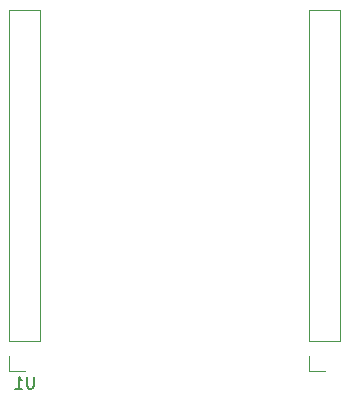
<source format=gbr>
%TF.GenerationSoftware,KiCad,Pcbnew,5.0.2-bee76a0~70~ubuntu18.04.1*%
%TF.CreationDate,2019-03-20T00:35:03+07:00*%
%TF.ProjectId,Display,44697370-6c61-4792-9e6b-696361645f70,rev?*%
%TF.SameCoordinates,PX1036640PY112a880*%
%TF.FileFunction,Legend,Bot*%
%TF.FilePolarity,Positive*%
%FSLAX46Y46*%
G04 Gerber Fmt 4.6, Leading zero omitted, Abs format (unit mm)*
G04 Created by KiCad (PCBNEW 5.0.2-bee76a0~70~ubuntu18.04.1) date Wed 20 Mar 2019 12:35:03 AM +07*
%MOMM*%
%LPD*%
G01*
G04 APERTURE LIST*
%ADD10C,0.120000*%
%ADD11C,0.150000*%
G04 APERTURE END LIST*
D10*
X22757000Y-20447000D02*
X25417000Y-20447000D01*
X22757000Y-48447000D02*
X22757000Y-20447000D01*
X25417000Y-48447000D02*
X25417000Y-20447000D01*
X22757000Y-48447000D02*
X25417000Y-48447000D01*
X22757000Y-49717000D02*
X22757000Y-51047000D01*
X22757000Y-51047000D02*
X24087000Y-51047000D01*
X48157000Y-48447000D02*
X48157000Y-20447000D01*
X48157000Y-51047000D02*
X49487000Y-51047000D01*
X50817000Y-48447000D02*
X50817000Y-20447000D01*
X48157000Y-20447000D02*
X50817000Y-20447000D01*
X48157000Y-48447000D02*
X50817000Y-48447000D01*
X48157000Y-49717000D02*
X48157000Y-51047000D01*
D11*
X24848904Y-51499380D02*
X24848904Y-52308904D01*
X24801285Y-52404142D01*
X24753666Y-52451761D01*
X24658428Y-52499380D01*
X24467952Y-52499380D01*
X24372714Y-52451761D01*
X24325095Y-52404142D01*
X24277476Y-52308904D01*
X24277476Y-51499380D01*
X23277476Y-52499380D02*
X23848904Y-52499380D01*
X23563190Y-52499380D02*
X23563190Y-51499380D01*
X23658428Y-51642238D01*
X23753666Y-51737476D01*
X23848904Y-51785095D01*
M02*

</source>
